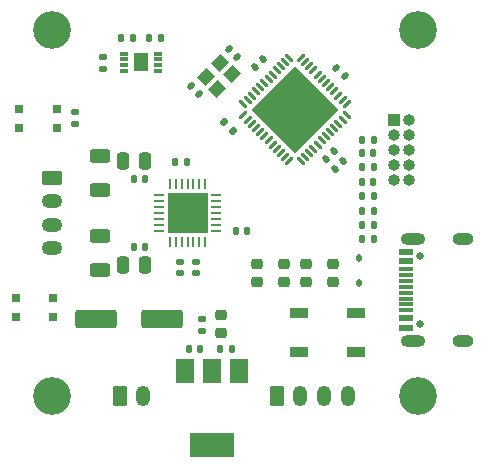
<source format=gbr>
%TF.GenerationSoftware,KiCad,Pcbnew,7.0.6*%
%TF.CreationDate,2024-02-24T16:47:06-05:00*%
%TF.ProjectId,Axis_Basic,41786973-5f42-4617-9369-632e6b696361,rev?*%
%TF.SameCoordinates,Original*%
%TF.FileFunction,Soldermask,Top*%
%TF.FilePolarity,Negative*%
%FSLAX46Y46*%
G04 Gerber Fmt 4.6, Leading zero omitted, Abs format (unit mm)*
G04 Created by KiCad (PCBNEW 7.0.6) date 2024-02-24 16:47:06*
%MOMM*%
%LPD*%
G01*
G04 APERTURE LIST*
G04 Aperture macros list*
%AMRoundRect*
0 Rectangle with rounded corners*
0 $1 Rounding radius*
0 $2 $3 $4 $5 $6 $7 $8 $9 X,Y pos of 4 corners*
0 Add a 4 corners polygon primitive as box body*
4,1,4,$2,$3,$4,$5,$6,$7,$8,$9,$2,$3,0*
0 Add four circle primitives for the rounded corners*
1,1,$1+$1,$2,$3*
1,1,$1+$1,$4,$5*
1,1,$1+$1,$6,$7*
1,1,$1+$1,$8,$9*
0 Add four rect primitives between the rounded corners*
20,1,$1+$1,$2,$3,$4,$5,0*
20,1,$1+$1,$4,$5,$6,$7,0*
20,1,$1+$1,$6,$7,$8,$9,0*
20,1,$1+$1,$8,$9,$2,$3,0*%
%AMRotRect*
0 Rectangle, with rotation*
0 The origin of the aperture is its center*
0 $1 length*
0 $2 width*
0 $3 Rotation angle, in degrees counterclockwise*
0 Add horizontal line*
21,1,$1,$2,0,0,$3*%
G04 Aperture macros list end*
%ADD10RotRect,1.150000X1.000000X45.000000*%
%ADD11RoundRect,0.140000X-0.219203X-0.021213X-0.021213X-0.219203X0.219203X0.021213X0.021213X0.219203X0*%
%ADD12RoundRect,0.140000X0.021213X-0.219203X0.219203X-0.021213X-0.021213X0.219203X-0.219203X0.021213X0*%
%ADD13RoundRect,0.140000X-0.021213X0.219203X-0.219203X0.021213X0.021213X-0.219203X0.219203X-0.021213X0*%
%ADD14RoundRect,0.140000X-0.140000X-0.170000X0.140000X-0.170000X0.140000X0.170000X-0.140000X0.170000X0*%
%ADD15RotRect,5.150000X5.150000X225.000000*%
%ADD16RoundRect,0.062500X-0.220971X0.309359X-0.309359X0.220971X0.220971X-0.309359X0.309359X-0.220971X0*%
%ADD17RoundRect,0.062500X0.220971X0.309359X-0.309359X-0.220971X-0.220971X-0.309359X0.309359X0.220971X0*%
%ADD18RoundRect,0.140000X0.170000X-0.140000X0.170000X0.140000X-0.170000X0.140000X-0.170000X-0.140000X0*%
%ADD19O,1.000000X1.000000*%
%ADD20R,1.000000X1.000000*%
%ADD21RoundRect,0.250000X-0.625000X0.350000X-0.625000X-0.350000X0.625000X-0.350000X0.625000X0.350000X0*%
%ADD22O,1.750000X1.200000*%
%ADD23RoundRect,0.250000X1.500000X0.550000X-1.500000X0.550000X-1.500000X-0.550000X1.500000X-0.550000X0*%
%ADD24RoundRect,0.135000X-0.135000X-0.185000X0.135000X-0.185000X0.135000X0.185000X-0.135000X0.185000X0*%
%ADD25RoundRect,0.135000X-0.185000X0.135000X-0.185000X-0.135000X0.185000X-0.135000X0.185000X0.135000X0*%
%ADD26RoundRect,0.218750X-0.256250X0.218750X-0.256250X-0.218750X0.256250X-0.218750X0.256250X0.218750X0*%
%ADD27O,1.200000X1.750000*%
%ADD28RoundRect,0.250000X-0.350000X-0.625000X0.350000X-0.625000X0.350000X0.625000X-0.350000X0.625000X0*%
%ADD29RoundRect,0.135000X0.185000X-0.135000X0.185000X0.135000X-0.185000X0.135000X-0.185000X-0.135000X0*%
%ADD30C,3.200000*%
%ADD31RoundRect,0.250000X0.625000X-0.312500X0.625000X0.312500X-0.625000X0.312500X-0.625000X-0.312500X0*%
%ADD32RoundRect,0.250000X0.250000X0.475000X-0.250000X0.475000X-0.250000X-0.475000X0.250000X-0.475000X0*%
%ADD33RoundRect,0.062500X0.062500X-0.337500X0.062500X0.337500X-0.062500X0.337500X-0.062500X-0.337500X0*%
%ADD34RoundRect,0.062500X0.337500X-0.062500X0.337500X0.062500X-0.337500X0.062500X-0.337500X-0.062500X0*%
%ADD35R,3.350000X3.350000*%
%ADD36RoundRect,0.135000X0.135000X0.185000X-0.135000X0.185000X-0.135000X-0.185000X0.135000X-0.185000X0*%
%ADD37RoundRect,0.140000X0.140000X0.170000X-0.140000X0.170000X-0.140000X-0.170000X0.140000X-0.170000X0*%
%ADD38R,0.700000X0.750000*%
%ADD39R,1.500000X0.900000*%
%ADD40RoundRect,0.112500X0.112500X-0.187500X0.112500X0.187500X-0.112500X0.187500X-0.112500X-0.187500X0*%
%ADD41R,0.750000X0.300000*%
%ADD42R,1.300000X1.500000*%
%ADD43R,1.500000X2.000000*%
%ADD44R,3.800000X2.000000*%
%ADD45RoundRect,0.135000X-0.226274X-0.035355X-0.035355X-0.226274X0.226274X0.035355X0.035355X0.226274X0*%
%ADD46RoundRect,0.250000X-0.625000X0.312500X-0.625000X-0.312500X0.625000X-0.312500X0.625000X0.312500X0*%
%ADD47C,0.650000*%
%ADD48R,1.240000X0.600000*%
%ADD49R,1.240000X0.300000*%
%ADD50O,2.100000X1.000000*%
%ADD51O,1.800000X1.000000*%
G04 APERTURE END LIST*
D10*
%TO.C,Y1*%
X148476256Y-89513693D03*
X149713693Y-88276256D03*
X148723744Y-87286307D03*
X147486307Y-88523744D03*
%TD*%
D11*
%TO.C,C18*%
X146260589Y-89260589D03*
X146939411Y-89939411D03*
%TD*%
%TO.C,C17*%
X149500000Y-86100000D03*
X150178822Y-86778822D03*
%TD*%
D12*
%TO.C,C16*%
X158339411Y-94760589D03*
X157660589Y-95439411D03*
%TD*%
D13*
%TO.C,C15*%
X152339411Y-86960589D03*
X151660589Y-87639411D03*
%TD*%
D12*
%TO.C,C14*%
X159139411Y-95560589D03*
X158460589Y-96239411D03*
%TD*%
D14*
%TO.C,C13*%
X160720000Y-94900000D03*
X161680000Y-94900000D03*
%TD*%
D11*
%TO.C,C12*%
X158560589Y-87760589D03*
X159239411Y-88439411D03*
%TD*%
D15*
%TO.C,U3*%
X155062500Y-91250000D03*
D16*
X159437723Y-91736136D03*
X159084170Y-92089689D03*
X158730616Y-92443243D03*
X158377063Y-92796796D03*
X158023510Y-93150349D03*
X157669956Y-93503903D03*
X157316403Y-93857456D03*
X156962849Y-94211010D03*
X156609296Y-94564563D03*
X156255743Y-94918116D03*
X155902189Y-95271670D03*
X155548636Y-95625223D03*
D17*
X154576364Y-95625223D03*
X154222811Y-95271670D03*
X153869257Y-94918116D03*
X153515704Y-94564563D03*
X153162151Y-94211010D03*
X152808597Y-93857456D03*
X152455044Y-93503903D03*
X152101490Y-93150349D03*
X151747937Y-92796796D03*
X151394384Y-92443243D03*
X151040830Y-92089689D03*
X150687277Y-91736136D03*
D16*
X150687277Y-90763864D03*
X151040830Y-90410311D03*
X151394384Y-90056757D03*
X151747937Y-89703204D03*
X152101490Y-89349651D03*
X152455044Y-88996097D03*
X152808597Y-88642544D03*
X153162151Y-88288990D03*
X153515704Y-87935437D03*
X153869257Y-87581884D03*
X154222811Y-87228330D03*
X154576364Y-86874777D03*
D17*
X155548636Y-86874777D03*
X155902189Y-87228330D03*
X156255743Y-87581884D03*
X156609296Y-87935437D03*
X156962849Y-88288990D03*
X157316403Y-88642544D03*
X157669956Y-88996097D03*
X158023510Y-89349651D03*
X158377063Y-89703204D03*
X158730616Y-90056757D03*
X159084170Y-90410311D03*
X159437723Y-90763864D03*
%TD*%
D18*
%TO.C,C4*%
X145300000Y-105080000D03*
X145300000Y-104120000D03*
%TD*%
D19*
%TO.C,J5*%
X164700000Y-97180000D03*
X163430000Y-97180000D03*
X164700000Y-95910000D03*
X163430000Y-95910000D03*
X164700000Y-94640000D03*
X163430000Y-94640000D03*
X164700000Y-93370000D03*
X163430000Y-93370000D03*
X164700000Y-92100000D03*
D20*
X163430000Y-92100000D03*
%TD*%
D21*
%TO.C,J2*%
X134450000Y-97000000D03*
D22*
X134450000Y-99000000D03*
X134450000Y-101000000D03*
X134450000Y-103000000D03*
%TD*%
D23*
%TO.C,C11*%
X143800000Y-109000000D03*
X138200000Y-109000000D03*
%TD*%
D18*
%TO.C,C6*%
X146700000Y-105080000D03*
X146700000Y-104120000D03*
%TD*%
D14*
%TO.C,C3*%
X160720000Y-97400000D03*
X161680000Y-97400000D03*
%TD*%
D24*
%TO.C,R6*%
X161710000Y-96100000D03*
X160690000Y-96100000D03*
%TD*%
D25*
%TO.C,R10*%
X147200000Y-108990000D03*
X147200000Y-110010000D03*
%TD*%
D14*
%TO.C,C1*%
X146040000Y-111500000D03*
X147000000Y-111500000D03*
%TD*%
D26*
%TO.C,D4*%
X158300000Y-104312500D03*
X158300000Y-105887500D03*
%TD*%
D27*
%TO.C,J4*%
X142200000Y-115500000D03*
D28*
X140200000Y-115500000D03*
%TD*%
D29*
%TO.C,R11*%
X138800000Y-87810000D03*
X138800000Y-86790000D03*
%TD*%
D26*
%TO.C,D5*%
X148800000Y-108612500D03*
X148800000Y-110187500D03*
%TD*%
D14*
%TO.C,C5*%
X150020000Y-101500000D03*
X150980000Y-101500000D03*
%TD*%
D30*
%TO.C,H1*%
X165500000Y-115500000D03*
%TD*%
D31*
%TO.C,R15*%
X138500000Y-98062500D03*
X138500000Y-95137500D03*
%TD*%
D24*
%TO.C,R4*%
X160690000Y-93800000D03*
X161710000Y-93800000D03*
%TD*%
D32*
%TO.C,C9*%
X142350000Y-95600000D03*
X140450000Y-95600000D03*
%TD*%
D24*
%TO.C,R5*%
X160690000Y-98600000D03*
X161710000Y-98600000D03*
%TD*%
D33*
%TO.C,U4*%
X144450000Y-102450000D03*
X144950000Y-102450000D03*
X145450000Y-102450000D03*
X145950000Y-102450000D03*
X146450000Y-102450000D03*
X146950000Y-102450000D03*
X147450000Y-102450000D03*
D34*
X148400000Y-101500000D03*
X148400000Y-101000000D03*
X148400000Y-100500000D03*
X148400000Y-100000000D03*
X148400000Y-99500000D03*
X148400000Y-99000000D03*
X148400000Y-98500000D03*
D33*
X147450000Y-97550000D03*
X146950000Y-97550000D03*
X146450000Y-97550000D03*
X145950000Y-97550000D03*
X145450000Y-97550000D03*
X144950000Y-97550000D03*
X144450000Y-97550000D03*
D34*
X143500000Y-98500000D03*
X143500000Y-99000000D03*
X143500000Y-99500000D03*
X143500000Y-100000000D03*
X143500000Y-100500000D03*
X143500000Y-101000000D03*
X143500000Y-101500000D03*
D35*
X145950000Y-100000000D03*
%TD*%
D36*
%TO.C,R3*%
X161710000Y-101000000D03*
X160690000Y-101000000D03*
%TD*%
D37*
%TO.C,C8*%
X142380000Y-102900000D03*
X141420000Y-102900000D03*
%TD*%
D24*
%TO.C,R12*%
X142690000Y-85200000D03*
X143710000Y-85200000D03*
%TD*%
D26*
%TO.C,D3*%
X154100000Y-104312500D03*
X154100000Y-105887500D03*
%TD*%
D24*
%TO.C,R8*%
X144890000Y-95700000D03*
X145910000Y-95700000D03*
%TD*%
D29*
%TO.C,R9*%
X136400000Y-92510000D03*
X136400000Y-91490000D03*
%TD*%
D30*
%TO.C,H4*%
X165500000Y-84500000D03*
%TD*%
D24*
%TO.C,R1*%
X160690000Y-102200000D03*
X161710000Y-102200000D03*
%TD*%
D26*
%TO.C,D6*%
X156000000Y-104312500D03*
X156000000Y-105887500D03*
%TD*%
D38*
%TO.C,SW2*%
X134900000Y-92800000D03*
X131700000Y-92800000D03*
X134900000Y-91200000D03*
X131700000Y-91200000D03*
%TD*%
D39*
%TO.C,D7*%
X155350000Y-108450000D03*
X155350000Y-111750000D03*
X160250000Y-111750000D03*
X160250000Y-108450000D03*
%TD*%
D32*
%TO.C,C10*%
X142350000Y-104400000D03*
X140450000Y-104400000D03*
%TD*%
D40*
%TO.C,D1*%
X160500000Y-105950000D03*
X160500000Y-103850000D03*
%TD*%
D38*
%TO.C,SW1*%
X134600000Y-108800000D03*
X131400000Y-108800000D03*
X134600000Y-107200000D03*
X131400000Y-107200000D03*
%TD*%
D41*
%TO.C,U5*%
X140552082Y-86501472D03*
X140552082Y-87001472D03*
X140552082Y-87501472D03*
X140552082Y-88001472D03*
X143452082Y-88001472D03*
X143452082Y-87501472D03*
X143452082Y-87001472D03*
X143452082Y-86501472D03*
D42*
X142002082Y-87251472D03*
%TD*%
D43*
%TO.C,U2*%
X150300000Y-113350000D03*
X148000000Y-113350000D03*
D44*
X148000000Y-119650000D03*
D43*
X145700000Y-113350000D03*
%TD*%
D26*
%TO.C,D2*%
X151800000Y-104312500D03*
X151800000Y-105887500D03*
%TD*%
D14*
%TO.C,C2*%
X148720000Y-111500000D03*
X149680000Y-111500000D03*
%TD*%
D37*
%TO.C,C7*%
X142380000Y-97100000D03*
X141420000Y-97100000D03*
%TD*%
D45*
%TO.C,R7*%
X149039376Y-92339376D03*
X149760624Y-93060624D03*
%TD*%
D30*
%TO.C,H3*%
X134500000Y-84500000D03*
%TD*%
D36*
%TO.C,R13*%
X141310000Y-85200000D03*
X140290000Y-85200000D03*
%TD*%
D46*
%TO.C,R14*%
X138500000Y-104862500D03*
X138500000Y-101937500D03*
%TD*%
D36*
%TO.C,R2*%
X161710000Y-99800000D03*
X160690000Y-99800000D03*
%TD*%
D27*
%TO.C,J3*%
X159500000Y-115500000D03*
X157500000Y-115500000D03*
X155500000Y-115500000D03*
D28*
X153500000Y-115500000D03*
%TD*%
D30*
%TO.C,H2*%
X134500000Y-115500000D03*
%TD*%
D47*
%TO.C,J1*%
X165595000Y-109390000D03*
X165595000Y-103610000D03*
D48*
X164475000Y-109700000D03*
X164475000Y-108900000D03*
D49*
X164475000Y-107750000D03*
X164475000Y-106750000D03*
X164475000Y-106250000D03*
X164475000Y-105250000D03*
D48*
X164475000Y-104100000D03*
X164475000Y-103300000D03*
X164475000Y-103300000D03*
X164475000Y-104100000D03*
D49*
X164475000Y-104750000D03*
X164475000Y-105750000D03*
X164475000Y-107250000D03*
X164475000Y-108250000D03*
D48*
X164475000Y-108900000D03*
X164475000Y-109700000D03*
D50*
X165075000Y-110820000D03*
D51*
X169275000Y-110820000D03*
D50*
X165075000Y-102180000D03*
D51*
X169275000Y-102180000D03*
%TD*%
M02*

</source>
